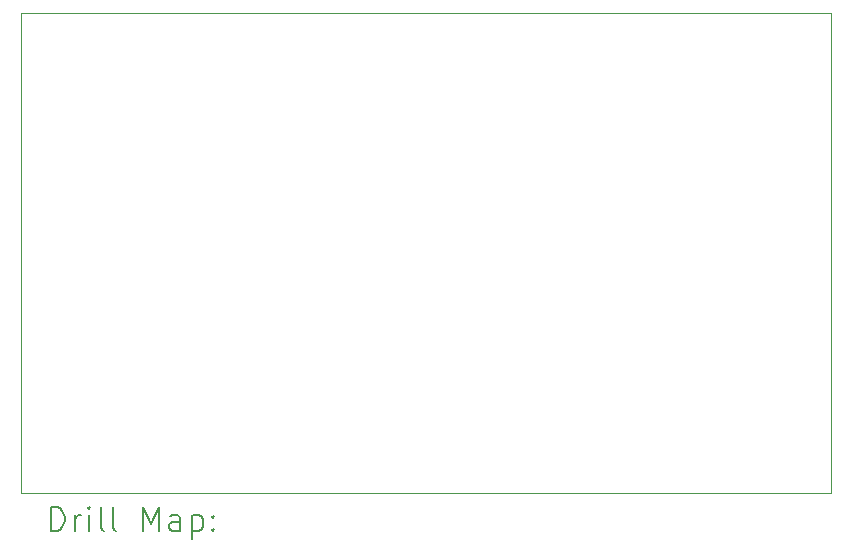
<source format=gbr>
%TF.GenerationSoftware,KiCad,Pcbnew,7.0.4*%
%TF.CreationDate,2023-05-30T06:19:38+05:30*%
%TF.ProjectId,1,312e6b69-6361-4645-9f70-636258585858,rev?*%
%TF.SameCoordinates,Original*%
%TF.FileFunction,Drillmap*%
%TF.FilePolarity,Positive*%
%FSLAX45Y45*%
G04 Gerber Fmt 4.5, Leading zero omitted, Abs format (unit mm)*
G04 Created by KiCad (PCBNEW 7.0.4) date 2023-05-30 06:19:38*
%MOMM*%
%LPD*%
G01*
G04 APERTURE LIST*
%ADD10C,0.100000*%
%ADD11C,0.200000*%
G04 APERTURE END LIST*
D10*
X10922000Y-6858000D02*
X17780000Y-6858000D01*
X17780000Y-10922000D01*
X10922000Y-10922000D01*
X10922000Y-6858000D01*
D11*
X11177777Y-11238484D02*
X11177777Y-11038484D01*
X11177777Y-11038484D02*
X11225396Y-11038484D01*
X11225396Y-11038484D02*
X11253967Y-11048008D01*
X11253967Y-11048008D02*
X11273015Y-11067055D01*
X11273015Y-11067055D02*
X11282539Y-11086103D01*
X11282539Y-11086103D02*
X11292062Y-11124198D01*
X11292062Y-11124198D02*
X11292062Y-11152770D01*
X11292062Y-11152770D02*
X11282539Y-11190865D01*
X11282539Y-11190865D02*
X11273015Y-11209912D01*
X11273015Y-11209912D02*
X11253967Y-11228960D01*
X11253967Y-11228960D02*
X11225396Y-11238484D01*
X11225396Y-11238484D02*
X11177777Y-11238484D01*
X11377777Y-11238484D02*
X11377777Y-11105150D01*
X11377777Y-11143246D02*
X11387301Y-11124198D01*
X11387301Y-11124198D02*
X11396824Y-11114674D01*
X11396824Y-11114674D02*
X11415872Y-11105150D01*
X11415872Y-11105150D02*
X11434920Y-11105150D01*
X11501586Y-11238484D02*
X11501586Y-11105150D01*
X11501586Y-11038484D02*
X11492062Y-11048008D01*
X11492062Y-11048008D02*
X11501586Y-11057531D01*
X11501586Y-11057531D02*
X11511110Y-11048008D01*
X11511110Y-11048008D02*
X11501586Y-11038484D01*
X11501586Y-11038484D02*
X11501586Y-11057531D01*
X11625396Y-11238484D02*
X11606348Y-11228960D01*
X11606348Y-11228960D02*
X11596824Y-11209912D01*
X11596824Y-11209912D02*
X11596824Y-11038484D01*
X11730158Y-11238484D02*
X11711110Y-11228960D01*
X11711110Y-11228960D02*
X11701586Y-11209912D01*
X11701586Y-11209912D02*
X11701586Y-11038484D01*
X11958729Y-11238484D02*
X11958729Y-11038484D01*
X11958729Y-11038484D02*
X12025396Y-11181341D01*
X12025396Y-11181341D02*
X12092062Y-11038484D01*
X12092062Y-11038484D02*
X12092062Y-11238484D01*
X12273015Y-11238484D02*
X12273015Y-11133722D01*
X12273015Y-11133722D02*
X12263491Y-11114674D01*
X12263491Y-11114674D02*
X12244443Y-11105150D01*
X12244443Y-11105150D02*
X12206348Y-11105150D01*
X12206348Y-11105150D02*
X12187301Y-11114674D01*
X12273015Y-11228960D02*
X12253967Y-11238484D01*
X12253967Y-11238484D02*
X12206348Y-11238484D01*
X12206348Y-11238484D02*
X12187301Y-11228960D01*
X12187301Y-11228960D02*
X12177777Y-11209912D01*
X12177777Y-11209912D02*
X12177777Y-11190865D01*
X12177777Y-11190865D02*
X12187301Y-11171817D01*
X12187301Y-11171817D02*
X12206348Y-11162293D01*
X12206348Y-11162293D02*
X12253967Y-11162293D01*
X12253967Y-11162293D02*
X12273015Y-11152770D01*
X12368253Y-11105150D02*
X12368253Y-11305150D01*
X12368253Y-11114674D02*
X12387301Y-11105150D01*
X12387301Y-11105150D02*
X12425396Y-11105150D01*
X12425396Y-11105150D02*
X12444443Y-11114674D01*
X12444443Y-11114674D02*
X12453967Y-11124198D01*
X12453967Y-11124198D02*
X12463491Y-11143246D01*
X12463491Y-11143246D02*
X12463491Y-11200388D01*
X12463491Y-11200388D02*
X12453967Y-11219436D01*
X12453967Y-11219436D02*
X12444443Y-11228960D01*
X12444443Y-11228960D02*
X12425396Y-11238484D01*
X12425396Y-11238484D02*
X12387301Y-11238484D01*
X12387301Y-11238484D02*
X12368253Y-11228960D01*
X12549205Y-11219436D02*
X12558729Y-11228960D01*
X12558729Y-11228960D02*
X12549205Y-11238484D01*
X12549205Y-11238484D02*
X12539682Y-11228960D01*
X12539682Y-11228960D02*
X12549205Y-11219436D01*
X12549205Y-11219436D02*
X12549205Y-11238484D01*
X12549205Y-11114674D02*
X12558729Y-11124198D01*
X12558729Y-11124198D02*
X12549205Y-11133722D01*
X12549205Y-11133722D02*
X12539682Y-11124198D01*
X12539682Y-11124198D02*
X12549205Y-11114674D01*
X12549205Y-11114674D02*
X12549205Y-11133722D01*
M02*

</source>
